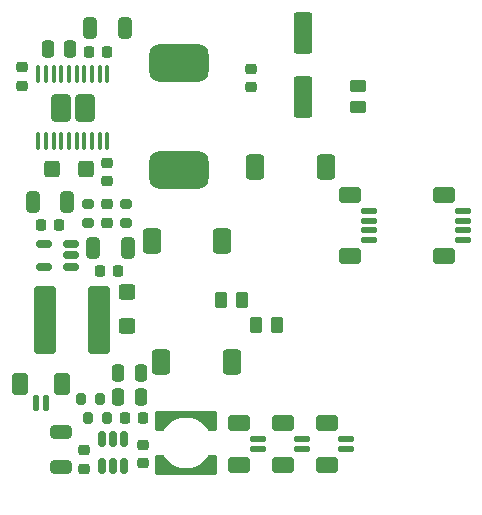
<source format=gbr>
%TF.GenerationSoftware,KiCad,Pcbnew,8.0.3*%
%TF.CreationDate,2024-07-14T20:02:44+02:00*%
%TF.ProjectId,CleanLVSupply,436c6561-6e4c-4565-9375-70706c792e6b,rev?*%
%TF.SameCoordinates,Original*%
%TF.FileFunction,Paste,Top*%
%TF.FilePolarity,Positive*%
%FSLAX46Y46*%
G04 Gerber Fmt 4.6, Leading zero omitted, Abs format (unit mm)*
G04 Created by KiCad (PCBNEW 8.0.3) date 2024-07-14 20:02:44*
%MOMM*%
%LPD*%
G01*
G04 APERTURE LIST*
G04 Aperture macros list*
%AMRoundRect*
0 Rectangle with rounded corners*
0 $1 Rounding radius*
0 $2 $3 $4 $5 $6 $7 $8 $9 X,Y pos of 4 corners*
0 Add a 4 corners polygon primitive as box body*
4,1,4,$2,$3,$4,$5,$6,$7,$8,$9,$2,$3,0*
0 Add four circle primitives for the rounded corners*
1,1,$1+$1,$2,$3*
1,1,$1+$1,$4,$5*
1,1,$1+$1,$6,$7*
1,1,$1+$1,$8,$9*
0 Add four rect primitives between the rounded corners*
20,1,$1+$1,$2,$3,$4,$5,0*
20,1,$1+$1,$4,$5,$6,$7,0*
20,1,$1+$1,$6,$7,$8,$9,0*
20,1,$1+$1,$8,$9,$2,$3,0*%
%AMFreePoly0*
4,1,45,1.289454,2.598348,1.362356,2.568151,1.418152,2.512354,1.448348,2.439452,1.450000,2.399998,1.450000,1.899998,1.322087,1.829913,1.084748,1.660379,0.872545,1.460277,0.689384,1.233290,0.538637,0.983598,0.423079,0.715797,0.344837,0.434817,0.305353,0.145833,0.305353,-0.145837,0.344837,-0.434821,0.423079,-0.715801,0.538637,-0.983602,0.689384,-1.233294,0.872545,-1.460281,
1.084748,-1.660383,1.322087,-1.829917,1.450000,-1.900002,1.450000,-2.400002,1.448080,-2.439402,1.417924,-2.512205,1.362203,-2.567925,1.289400,-2.598080,1.250000,-2.600002,-0.050000,-2.600002,-0.050102,-2.599997,-0.125000,-2.599997,-0.172835,-2.590482,-0.213388,-2.563385,-0.240485,-2.522832,-0.250000,-2.474997,-0.250000,2.474997,-0.240485,2.522832,-0.213388,2.563385,-0.172835,2.590482,
-0.125000,2.599997,-0.050020,2.599997,-0.050000,2.599998,1.250000,2.599998,1.289454,2.598348,1.289454,2.598348,$1*%
G04 Aperture macros list end*
%ADD10RoundRect,0.250000X-0.325000X-0.650000X0.325000X-0.650000X0.325000X0.650000X-0.325000X0.650000X0*%
%ADD11RoundRect,0.400000X-0.400000X-0.700000X0.400000X-0.700000X0.400000X0.700000X-0.400000X0.700000X0*%
%ADD12RoundRect,0.200000X-0.275000X0.200000X-0.275000X-0.200000X0.275000X-0.200000X0.275000X0.200000X0*%
%ADD13RoundRect,0.150000X-0.150000X0.512500X-0.150000X-0.512500X0.150000X-0.512500X0.150000X0.512500X0*%
%ADD14RoundRect,0.250000X0.250000X0.475000X-0.250000X0.475000X-0.250000X-0.475000X0.250000X-0.475000X0*%
%ADD15RoundRect,0.250000X-0.550000X1.500000X-0.550000X-1.500000X0.550000X-1.500000X0.550000X1.500000X0*%
%ADD16FreePoly0,90.000000*%
%ADD17FreePoly0,270.000000*%
%ADD18RoundRect,0.125000X-0.525000X0.125000X-0.525000X-0.125000X0.525000X-0.125000X0.525000X0.125000X0*%
%ADD19RoundRect,0.350000X-0.600000X0.350000X-0.600000X-0.350000X0.600000X-0.350000X0.600000X0.350000X0*%
%ADD20RoundRect,0.225000X-0.250000X0.225000X-0.250000X-0.225000X0.250000X-0.225000X0.250000X0.225000X0*%
%ADD21RoundRect,0.125000X0.125000X0.525000X-0.125000X0.525000X-0.125000X-0.525000X0.125000X-0.525000X0*%
%ADD22RoundRect,0.350000X0.350000X0.600000X-0.350000X0.600000X-0.350000X-0.600000X0.350000X-0.600000X0*%
%ADD23RoundRect,0.180000X-0.720000X-2.670000X0.720000X-2.670000X0.720000X2.670000X-0.720000X2.670000X0*%
%ADD24RoundRect,0.200000X-0.200000X-0.275000X0.200000X-0.275000X0.200000X0.275000X-0.200000X0.275000X0*%
%ADD25RoundRect,0.225000X0.225000X0.250000X-0.225000X0.250000X-0.225000X-0.250000X0.225000X-0.250000X0*%
%ADD26RoundRect,0.225000X-0.225000X-0.250000X0.225000X-0.250000X0.225000X0.250000X-0.225000X0.250000X0*%
%ADD27RoundRect,0.250000X0.325000X0.650000X-0.325000X0.650000X-0.325000X-0.650000X0.325000X-0.650000X0*%
%ADD28RoundRect,0.250001X-0.554999X0.899999X-0.554999X-0.899999X0.554999X-0.899999X0.554999X0.899999X0*%
%ADD29RoundRect,0.100000X-0.100000X0.637500X-0.100000X-0.637500X0.100000X-0.637500X0.100000X0.637500X0*%
%ADD30RoundRect,0.150000X0.512500X0.150000X-0.512500X0.150000X-0.512500X-0.150000X0.512500X-0.150000X0*%
%ADD31RoundRect,0.250000X-0.262500X-0.450000X0.262500X-0.450000X0.262500X0.450000X-0.262500X0.450000X0*%
%ADD32RoundRect,0.225000X0.250000X-0.225000X0.250000X0.225000X-0.250000X0.225000X-0.250000X-0.225000X0*%
%ADD33RoundRect,0.793750X1.706250X-0.793750X1.706250X0.793750X-1.706250X0.793750X-1.706250X-0.793750X0*%
%ADD34RoundRect,0.250000X0.400000X0.450000X-0.400000X0.450000X-0.400000X-0.450000X0.400000X-0.450000X0*%
%ADD35RoundRect,0.250000X-0.450000X0.262500X-0.450000X-0.262500X0.450000X-0.262500X0.450000X0.262500X0*%
%ADD36RoundRect,0.250000X0.650000X-0.325000X0.650000X0.325000X-0.650000X0.325000X-0.650000X-0.325000X0*%
%ADD37RoundRect,0.200000X0.200000X0.275000X-0.200000X0.275000X-0.200000X-0.275000X0.200000X-0.275000X0*%
%ADD38RoundRect,0.200000X0.275000X-0.200000X0.275000X0.200000X-0.275000X0.200000X-0.275000X-0.200000X0*%
%ADD39RoundRect,0.250000X-0.450000X0.400000X-0.450000X-0.400000X0.450000X-0.400000X0.450000X0.400000X0*%
G04 APERTURE END LIST*
D10*
%TO.C,C21*%
X132487500Y-96400000D03*
X135437500Y-96400000D03*
%TD*%
D11*
%TO.C,L6*%
X143400000Y-110000000D03*
X149400000Y-110000000D03*
%TD*%
D12*
%TO.C,R9*%
X140362500Y-96575000D03*
X140362500Y-98225000D03*
%TD*%
D11*
%TO.C,L4*%
X142562500Y-99700000D03*
X148562500Y-99700000D03*
%TD*%
D13*
%TO.C,U5*%
X140250000Y-116497500D03*
X139300000Y-116497500D03*
X138350000Y-116497500D03*
X138350000Y-118772500D03*
X139300000Y-118772500D03*
X140250000Y-118772500D03*
%TD*%
D14*
%TO.C,C5*%
X135650000Y-83500000D03*
X133750000Y-83500000D03*
%TD*%
D15*
%TO.C,C7*%
X155400000Y-82100000D03*
X155400000Y-87500000D03*
%TD*%
D16*
%TO.C,L5*%
X145500000Y-119285000D03*
D17*
X145500000Y-114385000D03*
%TD*%
D18*
%TO.C,J3*%
X155300000Y-117300000D03*
X155300000Y-116500000D03*
D19*
X153700000Y-115100000D03*
X153700000Y-118700000D03*
%TD*%
D20*
%TO.C,C31*%
X141800000Y-116960000D03*
X141800000Y-118510000D03*
%TD*%
%TO.C,C2*%
X138800000Y-93125000D03*
X138800000Y-94675000D03*
%TD*%
D21*
%TO.C,J1*%
X132800000Y-113400000D03*
X133600000Y-113400000D03*
D22*
X135000000Y-111800000D03*
X131400000Y-111800000D03*
%TD*%
D10*
%TO.C,C3*%
X137325000Y-81700000D03*
X140275000Y-81700000D03*
%TD*%
D23*
%TO.C,L3*%
X133500000Y-106400000D03*
X138100000Y-106400000D03*
%TD*%
D24*
%TO.C,R13*%
X137175000Y-114735000D03*
X138825000Y-114735000D03*
%TD*%
D25*
%TO.C,C23*%
X139737500Y-102300000D03*
X138187500Y-102300000D03*
%TD*%
D18*
%TO.C,J2*%
X159000000Y-117300000D03*
X159000000Y-116500000D03*
D19*
X157400000Y-115100000D03*
X157400000Y-118700000D03*
%TD*%
D11*
%TO.C,L2*%
X151300000Y-93457500D03*
X157300000Y-93457500D03*
%TD*%
D18*
%TO.C,J6*%
X161000000Y-99600000D03*
X161000000Y-98800000D03*
X161000000Y-98000000D03*
X161000000Y-97200000D03*
D19*
X159400000Y-95800000D03*
X159400000Y-101000000D03*
%TD*%
D26*
%TO.C,C4*%
X137225000Y-83700000D03*
X138775000Y-83700000D03*
%TD*%
D27*
%TO.C,C24*%
X140537500Y-100300000D03*
X137587500Y-100300000D03*
%TD*%
D20*
%TO.C,C6*%
X151000000Y-85125000D03*
X151000000Y-86675000D03*
%TD*%
D28*
%TO.C,U1*%
X136900000Y-88437500D03*
X134900000Y-88437500D03*
D29*
X138825000Y-85575000D03*
X138175000Y-85575000D03*
X137525000Y-85575000D03*
X136875000Y-85575000D03*
X136225000Y-85575000D03*
X135575000Y-85575000D03*
X134925000Y-85575000D03*
X134275000Y-85575000D03*
X133625000Y-85575000D03*
X132975000Y-85575000D03*
X132975000Y-91300000D03*
X133625000Y-91300000D03*
X134275000Y-91300000D03*
X134925000Y-91300000D03*
X135575000Y-91300000D03*
X136225000Y-91300000D03*
X136875000Y-91300000D03*
X137525000Y-91300000D03*
X138175000Y-91300000D03*
X138825000Y-91300000D03*
%TD*%
D30*
%TO.C,U3*%
X135700000Y-101900000D03*
X135700000Y-100950000D03*
X135700000Y-100000000D03*
X133425000Y-100000000D03*
X133425000Y-101900000D03*
%TD*%
D31*
%TO.C,R14*%
X151387500Y-106800000D03*
X153212500Y-106800000D03*
%TD*%
D32*
%TO.C,C33*%
X136800000Y-119010000D03*
X136800000Y-117460000D03*
%TD*%
D18*
%TO.C,J5*%
X168900000Y-99600000D03*
X168900000Y-98800000D03*
X168900000Y-98000000D03*
X168900000Y-97200000D03*
D19*
X167300000Y-95800000D03*
X167300000Y-101000000D03*
%TD*%
D33*
%TO.C,L1*%
X144900000Y-93708500D03*
X144900000Y-84691500D03*
%TD*%
D34*
%TO.C,D1*%
X137050000Y-93600000D03*
X134150000Y-93600000D03*
%TD*%
D35*
%TO.C,R7*%
X160000000Y-86587500D03*
X160000000Y-88412500D03*
%TD*%
D25*
%TO.C,C34*%
X141875000Y-114735000D03*
X140325000Y-114735000D03*
%TD*%
D36*
%TO.C,C32*%
X134900000Y-118875000D03*
X134900000Y-115925000D03*
%TD*%
D37*
%TO.C,R12*%
X138225000Y-113135000D03*
X136575000Y-113135000D03*
%TD*%
D14*
%TO.C,C36*%
X141650000Y-110935000D03*
X139750000Y-110935000D03*
%TD*%
D38*
%TO.C,R11*%
X137162500Y-98225000D03*
X137162500Y-96575000D03*
%TD*%
D14*
%TO.C,C35*%
X141650000Y-112935000D03*
X139750000Y-112935000D03*
%TD*%
D39*
%TO.C,D2*%
X140462500Y-104050000D03*
X140462500Y-106950000D03*
%TD*%
D26*
%TO.C,C22*%
X133187500Y-98400000D03*
X134737500Y-98400000D03*
%TD*%
D20*
%TO.C,C10*%
X131600000Y-85025000D03*
X131600000Y-86575000D03*
%TD*%
D31*
%TO.C,R10*%
X148400000Y-104700000D03*
X150225000Y-104700000D03*
%TD*%
D18*
%TO.C,J4*%
X151600000Y-117300000D03*
X151600000Y-116500000D03*
D19*
X150000000Y-115100000D03*
X150000000Y-118700000D03*
%TD*%
D20*
%TO.C,C20*%
X138762500Y-96625000D03*
X138762500Y-98175000D03*
%TD*%
M02*

</source>
